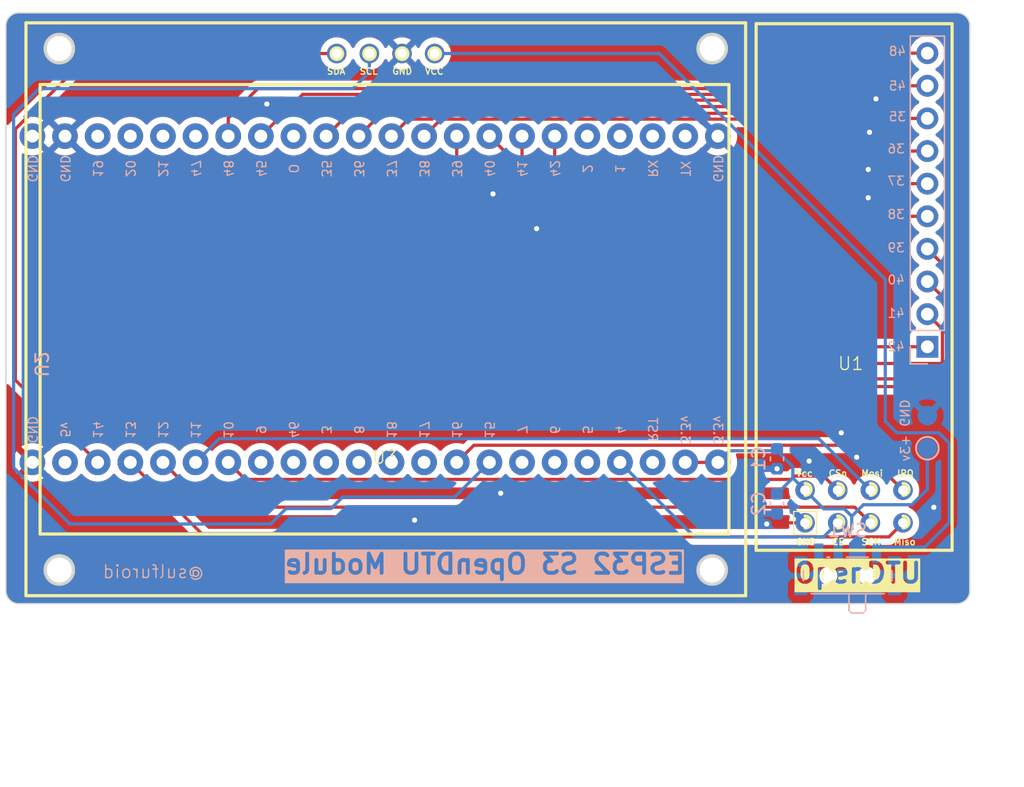
<source format=kicad_pcb>
(kicad_pcb (version 20221018) (generator pcbnew)
  (layers (0 "F.Cu" signal) (31 "B.Cu" signal) (34 "B.Paste" user) (35 "F.Paste" user) (36 "B.SilkS" user "B.Silkscreen") (37 "F.SilkS" user "F.Silkscreen") (38 "B.Mask" user) (39 "F.Mask" user) (44 "Edge.Cuts" user))
  (net 0 "")
  (net 1 "+3.3V")
  (net 2 "GND")
  (net 3 "Net-(SW1-A)")
  (net 5 "/CE")
  (net 6 "/CS")
  (net 7 "/SCK")
  (net 8 "/MOSI")
  (net 9 "/MISO")
  (net 10 "/IRQ")
  (net 26 "Net-(J1-Pin_1)")
  (net 27 "Net-(J1-Pin_2)")
  (net 29 "Net-(J1-Pin_3)")
  (net 30 "Net-(J1-Pin_4)")
  (net 31 "Net-(J1-Pin_5)")
  (net 32 "Net-(J1-Pin_6)")
  (net 33 "Net-(J1-Pin_7)")
  (net 34 "Net-(J1-Pin_8)")
  (net 35 "Net-(J1-Pin_9)")
  (net 36 "Net-(J1-Pin_10)")
  (net 41 "/SDA")
  (net 42 "/SCL")
  (footprint "OPenDTU:GM12864-59N" (layer "F.Cu") (at 135.5 107.5)
    (fp_text reference "U3" (at 0 -11.89 unlocked) (layer "F.SilkS") (effects (font (thickness 0.1))))
    (fp_text value "~")
    (fp_text user "SDA" (at -4.572 -41.656 unlocked) (layer "F.SilkS") (effects (font (size 0.5 0.5) (thickness 0.1)) (justify left bottom)))
    (fp_text user "GND" (at 0.508 -41.656 unlocked) (layer "F.SilkS") (effects (font (size 0.5 0.5) (thickness 0.1)) (justify left bottom)))
    (fp_text user "SCL" (at -2.032 -41.656 unlocked) (layer "F.SilkS") (effects (font (size 0.5 0.5) (thickness 0.1)) (justify left bottom)))
    (fp_text user "VCC" (at 3.048 -41.656 unlocked) (layer "F.SilkS") (effects (font (size 0.5 0.5) (thickness 0.1)) (justify left bottom)))
    (fp_line (start -27.94 -45.72) (end -27.94 -1.12) (stroke (width 0.25)) (layer "F.SilkS"))
    (fp_line (start -27.94 -45.72) (end 28.06 -45.72) (stroke (width 0.25)) (layer "F.SilkS"))
    (fp_line (start -27.94 -1.12) (end 28.06 -1.12) (stroke (width 0.25)) (layer "F.SilkS"))
    (fp_line (start -26.84 -40.92) (end -26.84 -5.92) (stroke (width 0.25)) (layer "F.SilkS"))
    (fp_line (start -26.84 -40.92) (end 26.76 -40.92) (stroke (width 0.25)) (layer "F.SilkS"))
    (fp_line (start -26.84 -5.92) (end 26.76 -5.92) (stroke (width 0.25)) (layer "F.SilkS"))
    (fp_line (start 26.76 -40.92) (end 26.76 -5.92) (stroke (width 0.25)) (layer "F.SilkS"))
    (fp_line (start 28.06 -45.72) (end 28.06 -1.12) (stroke (width 0.25)) (layer "F.SilkS"))
    (fp_circle (center -25.34 -43.72) (end -24.24 -43.72) (stroke (width 0.25)) (fill none) (layer "F.SilkS"))
    (fp_circle (center -25.34 -3.12) (end -24.24 -3.12) (stroke (width 0.25)) (fill none) (layer "F.SilkS"))
    (fp_circle (center -3.75 -43.32) (end -3.3 -43.32) (stroke (width 0.25)) (fill none) (layer "F.SilkS"))
    (fp_circle (center -1.21 -43.32) (end -0.76 -43.32) (stroke (width 0.25)) (fill none) (layer "F.SilkS"))
    (fp_circle (center 1.33 -43.32) (end 1.78 -43.32) (stroke (width 0.25)) (fill none) (layer "F.SilkS"))
    (fp_circle (center 3.87 -43.32) (end 4.32 -43.32) (stroke (width 0.25)) (fill none) (layer "F.SilkS"))
    (fp_circle (center 25.46 -43.72) (end 26.56 -43.72) (stroke (width 0.25)) (fill none) (layer "F.SilkS"))
    (fp_circle (center 25.46 -3.12) (end 26.56 -3.12) (stroke (width 0.25)) (fill none) (layer "F.SilkS"))
    (fp_circle (center -25.3492 -43.7134) (end -24.2492 -43.7134) (stroke (width 0.25)) (fill none) (layer "Edge.Cuts"))
    (fp_circle (center -25.3492 -3.1134) (end -24.2492 -3.1134) (stroke (width 0.25)) (fill none) (layer "Edge.Cuts"))
    (fp_circle (center 25.4508 -43.7134) (end 26.5508 -43.7134) (stroke (width 0.25)) (fill none) (layer "Edge.Cuts"))
    (fp_circle (center 25.4508 -3.1134) (end 26.5508 -3.1134) (stroke (width 0.25)) (fill none) (layer "Edge.Cuts"))
    (pad "1" thru_hole circle (at -3.7592 -43.3324) (size 1.524 1.524) (drill 0.762) (layers "*.Cu" "*.Mask") (net 41 "/SDA"))
    (pad "2" thru_hole circle (at -1.2192 -43.3324) (size 1.524 1.524) (drill 0.762) (layers "*.Cu" "*.Mask") (net 42 "/SCL"))
    (pad "3" thru_hole circle (at 1.3208 -43.3324) (size 1.524 1.524) (drill 0.762) (layers "*.Cu" "*.Mask") (net 2 "GND"))
    (pad "4" thru_hole circle (at 3.8608 -43.3324) (size 1.524 1.524) (drill 0.762) (layers "*.Cu" "*.Mask") (net 3 "Net-(SW1-A)"))
  )
  (footprint "OPenDTU:NRF24l01" (layer "F.Cu") (at 172.249 121.0285)
    (fp_text reference "U1" (at -0.508 -32.718 unlocked) (layer "F.SilkS") (effects (font (thickness 0.1))))
    (fp_text value "~")
    (fp_text user "GND" (at -4.826 -18.542 unlocked) (layer "F.SilkS") (effects (font (size 0.5 0.5) (thickness 0.1)) (justify left bottom)))
    (fp_text user "CSn" (at -2.286 -23.876 unlocked) (layer "F.SilkS") (effects (font (size 0.5 0.5) (thickness 0.1)) (justify left bottom)))
    (fp_text user "IRQ" (at 3.048 -23.876 unlocked) (layer "F.SilkS") (effects (font (size 0.5 0.5) (thickness 0.1)) (justify left bottom)))
    (fp_text user "Mosi" (at 0.254 -23.876 unlocked) (layer "F.SilkS") (effects (font (size 0.5 0.5) (thickness 0.1)) (justify left bottom)))
    (fp_text user "SCK" (at 0.254 -18.542 unlocked) (layer "F.SilkS") (effects (font (size 0.5 0.5) (thickness 0.1)) (justify left bottom)))
    (fp_text user "Vcc" (at -4.826 -23.876 unlocked) (layer "F.SilkS") (effects (font (size 0.5 0.5) (thickness 0.1)) (justify left bottom)))
    (fp_text user "CE" (at -2.032 -18.542 unlocked) (layer "F.SilkS") (effects (font (size 0.5 0.5) (thickness 0.1)) (justify left bottom)))
    (fp_text user "Miso" (at 2.794 -18.542 unlocked) (layer "F.SilkS") (effects (font (size 0.5 0.5) (thickness 0.1)) (justify left bottom)))
    (fp_line (start -7.874 -59.182) (end -7.874 -18.182) (stroke (width 0.25)) (layer "F.SilkS"))
    (fp_line (start -7.874 -18.182) (end 7.376 -18.182) (stroke (width 0.25)) (layer "F.SilkS"))
    (fp_line (start -4.953 -21.209) (end -4.953 -19.431) (stroke (width 0.1)) (layer "F.SilkS"))
    (fp_line (start -4.953 -21.209) (end -3.175 -21.209) (stroke (width 0.1)) (layer "F.SilkS"))
    (fp_line (start -3.175 -21.209) (end -3.175 -19.558) (stroke (width 0.1)) (layer "F.SilkS"))
    (fp_line (start -3.175 -19.558) (end -3.175 -19.431) (stroke (width 0.1)) (layer "F.SilkS"))
    (fp_line (start -3.175 -19.431) (end -4.953 -19.431) (stroke (width 0.1)) (layer "F.SilkS"))
    (fp_line (start 7.376 -59.182) (end -7.874 -59.182) (stroke (width 0.25)) (layer "F.SilkS"))
    (fp_line (start 7.376 -18.182) (end 7.376 -59.182) (stroke (width 0.25)) (layer "F.SilkS"))
    (fp_arc (start -4.059 -23.382) (mid -3.599 -22.922) (end -4.059 -22.462) (stroke (width 0.25)) (layer "F.SilkS"))
    (fp_arc (start -4.059 -20.842) (mid -3.599 -20.382) (end -4.059 -19.922) (stroke (width 0.25)) (layer "F.SilkS"))
    (fp_arc (start -1.519 -23.382) (mid -1.059 -22.922) (end -1.519 -22.462) (stroke (width 0.25)) (layer "F.SilkS"))
    (fp_arc (start -1.519 -20.842) (mid -1.059 -20.382) (end -1.519 -19.922) (stroke (width 0.25)) (layer "F.SilkS"))
    (fp_arc (start 1.021 -23.382) (mid 1.481 -22.922) (end 1.021 -22.462) (stroke (width 0.25)) (layer "F.SilkS"))
    (fp_arc (start 1.021 -20.842) (mid 1.481 -20.382) (end 1.021 -19.922) (stroke (width 0.25)) (layer "F.SilkS"))
    (fp_arc (start 3.561 -23.382) (mid 4.021 -22.922) (end 3.561 -22.462) (stroke (width 0.25)) (layer "F.SilkS"))
    (fp_arc (start 3.561 -20.842) (mid 4.021 -20.382) (end 3.561 -19.922) (stroke (width 0.25)) (layer "F.SilkS"))
    (pad "1" thru_hole circle (at -4.064 -20.32) (size 1.524 1.524) (drill 0.762) (layers "*.Cu" "*.Mask") (net 2 "GND"))
    (pad "2" thru_hole circle (at -4.064 -22.86) (size 1.524 1.524) (drill 0.762) (layers "*.Cu" "*.Mask") (net 1 "+3.3V"))
    (pad "3" thru_hole circle (at -1.524 -20.32) (size 1.524 1.524) (drill 0.762) (layers "*.Cu" "*.Mask") (net 5 "/CE"))
    (pad "4" thru_hole circle (at -1.524 -22.86) (size 1.524 1.524) (drill 0.762) (layers "*.Cu" "*.Mask") (net 6 "/CS"))
    (pad "5" thru_hole circle (at 1.016 -20.32) (size 1.524 1.524) (drill 0.762) (layers "*.Cu" "*.Mask") (net 7 "/SCK"))
    (pad "6" thru_hole circle (at 1.016 -22.86) (size 1.524 1.524) (drill 0.762) (layers "*.Cu" "*.Mask") (net 8 "/MOSI"))
    (pad "7" thru_hole circle (at 3.556 -20.32) (size 1.524 1.524) (drill 0.762) (layers "*.Cu" "*.Mask") (net 9 "/MISO"))
    (pad "8" thru_hole circle (at 3.556 -22.86) (size 1.524 1.524) (drill 0.762) (layers "*.Cu" "*.Mask") (net 10 "/IRQ"))
  )
  (footprint "Button_Switch_SMD:SW_SPDT_PCM12" (layer "B.Cu") (at 171.5 104.5 180)
    (fp_text reference "SW1" (at 0 3.2) (layer "B.SilkS") (effects (justify mirror)))
    (fp_text value "SW_Push_SPDT")
    (fp_line (start -3.45 0.07) (end -3.45 -0.72) (stroke (width 0.12)) (layer "B.SilkS"))
    (fp_line (start -2.85 -1.73) (end 2.85 -1.73) (stroke (width 0.12)) (layer "B.SilkS"))
    (fp_line (start -1.6 1.12) (end 0.1 1.12) (stroke (width 0.12)) (layer "B.SilkS"))
    (fp_line (start -1.4 -3.02) (end -1.2 -3.23) (stroke (width 0.12)) (layer "B.SilkS"))
    (fp_line (start -1.4 -1.73) (end -1.4 -3.02) (stroke (width 0.12)) (layer "B.SilkS"))
    (fp_line (start -1.2 -3.23) (end -0.3 -3.23) (stroke (width 0.12)) (layer "B.SilkS"))
    (fp_line (start -0.1 -3.02) (end -0.3 -3.23) (stroke (width 0.12)) (layer "B.SilkS"))
    (fp_line (start -0.1 -3.02) (end -0.1 -1.73) (stroke (width 0.12)) (layer "B.SilkS"))
    (fp_line (start 1.4 1.12) (end 1.6 1.12) (stroke (width 0.12)) (layer "B.SilkS"))
    (fp_line (start 3.45 -0.72) (end 3.45 0.07) (stroke (width 0.12)) (layer "B.SilkS"))
    (pad "" smd rect (at -3.65 -1.43 180) (size 1 0.8) (layers "B.Cu" "B.Paste" "B.Mask"))
    (pad "" smd rect (at -3.65 0.78 180) (size 1 0.8) (layers "B.Cu" "B.Paste" "B.Mask"))
    (pad "" np_thru_hole circle (at -1.5 -0.33 180) (size 0.9 0.9) (drill 0.9) (layers "*.Cu" "*.Mask"))
    (pad "" np_thru_hole circle (at 1.5 -0.33 180) (size 0.9 0.9) (drill 0.9) (layers "*.Cu" "*.Mask"))
    (pad "" smd rect (at 3.65 -1.43 180) (size 1 0.8) (layers "B.Cu" "B.Paste" "B.Mask"))
    (pad "" smd rect (at 3.65 0.78 180) (size 1 0.8) (layers "B.Cu" "B.Paste" "B.Mask"))
    (pad "1" smd rect (at -2.25 1.43 180) (size 0.7 1.5) (layers "B.Cu" "B.Paste" "B.Mask") (net 3 "Net-(SW1-A)"))
    (pad "2" smd rect (at 0.75 1.43 180) (size 0.7 1.5) (layers "B.Cu" "B.Paste" "B.Mask") (net 1 "+3.3V"))
    (pad "3" smd rect (at 2.25 1.43 180) (size 0.7 1.5) (layers "B.Cu" "B.Paste" "B.Mask"))
  )
  (footprint "OPenDTU:AI-S3" (layer "B.Cu") (at 106.2 97.2581 90)
    (fp_text reference "U2" (at 8.89 2.54 270 unlocked) (layer "B.SilkS") (effects (justify mirror)))
    (fp_text value "AI-S3")
    (fp_text user "46" (at 3.8 22.18 270 unlocked) (layer "B.SilkS") (effects (font (size 0.7 0.7) (thickness 0.1)) (justify mirror)))
    (fp_text user "5v" (at 3.8 4.4 270 unlocked) (layer "B.SilkS") (effects (font (size 0.7 0.7) (thickness 0.1)) (justify mirror)))
    (fp_text user "RX" (at 24.13 50.12 270 unlocked) (layer "B.SilkS") (effects (font (size 0.7 0.7) (thickness 0.1)) (justify mirror)))
    (fp_text user "35" (at 24.13 24.72 270 unlocked) (layer "B.SilkS") (effects (font (size 0.7 0.7) (thickness 0.1)) (justify mirror)))
    (fp_text user "3.3v" (at 3.8 55.2 270 unlocked) (layer "B.SilkS") (effects (font (size 0.7 0.7) (thickness 0.1)) (justify mirror)))
    (fp_text user "3.3v" (at 3.8 52.66 270 unlocked) (layer "B.SilkS") (effects (font (size 0.7 0.7) (thickness 0.1)) (justify mirror)))
    (fp_text user "39" (at 24.13 34.88 270 unlocked) (layer "B.SilkS") (effects (font (size 0.7 0.7) (thickness 0.1)) (justify mirror)))
    (fp_text user "42" (at 24.13 42.5 270 unlocked) (layer "B.SilkS") (effects (font (size 0.7 0.7) (thickness 0.1)) (justify mirror)))
    (fp_text user "TX" (at 24.13 52.66 270 unlocked) (layer "B.SilkS") (effects (font (size 0.7 0.7) (thickness 0.1)) (justify mirror)))
    (fp_text user "41" (at 24.13 39.96 270 unlocked) (layer "B.SilkS") (effects (font (size 0.7 0.7) (thickness 0.1)) (justify mirror)))
    (fp_text user "5" (at 3.8 45.04 270 unlocked) (layer "B.SilkS") (effects (font (size 0.7 0.7) (thickness 0.1)) (justify mirror)))
    (fp_text user "9" (at 3.8 19.64 270 unlocked) (layer "B.SilkS") (effects (font (size 0.7 0.7) (thickness 0.1)) (justify mirror)))
    (fp_text user "47" (at 24.13 14.56 270 unlocked) (layer "B.SilkS") (effects (font (size 0.7 0.7) (thickness 0.1)) (justify mirror)))
    (fp_text user "15" (at 3.8 37.42 270 unlocked) (layer "B.SilkS") (effects (font (size 0.7 0.7) (thickness 0.1)) (justify mirror)))
    (fp_text user "48" (at 24.13 17.1 270 unlocked) (layer "B.SilkS") (effects (font (size 0.7 0.7) (thickness 0.1)) (justify mirror)))
    (fp_text user "13" (at 3.8 9.48 270 unlocked) (layer "B.SilkS") (effects (font (size 0.7 0.7) (thickness 0.1)) (justify mirror)))
    (fp_text user "3" (at 3.8 24.72 270 unlocked) (layer "B.SilkS") (effects (font (size 0.7 0.7) (thickness 0.1)) (justify mirror)))
    (fp_text user "45" (at 24.13 19.64 270 unlocked) (layer "B.SilkS") (effects (font (size 0.7 0.7) (thickness 0.1)) (justify mirror)))
    (fp_text user "37" (at 24.13 29.8 270 unlocked) (layer "B.SilkS") (effects (font (size 0.7 0.7) (thickness 0.1)) (justify mirror)))
    (fp_text user "11" (at 3.8 14.56 270 unlocked) (layer "B.SilkS") (effects (font (size 0.7 0.7) (thickness 0.1)) (justify mirror)))
    (fp_text user "8" (at 3.8 27.26 270 unlocked) (layer "B.SilkS") (effects (font (size 0.7 0.7) (thickness 0.1)) (justify mirror)))
    (fp_text user "O" (at 24.13 22.18 270 unlocked) (layer "B.SilkS") (effects (font (size 0.7 0.7) (thickness 0.1)) (justify mirror)))
    (fp_text user "16" (at 3.8 34.88 270 unlocked) (layer "B.SilkS") (effects (font (size 0.7 0.7) (thickness 0.1)) (justify mirror)))
    (fp_text user "GND" (at 24.13 55.2 270 unlocked) (layer "B.SilkS") (effects (font (size 0.7 0.7) (thickness 0.1)) (justify mirror)))
    (fp_text user "18" (at 3.8 29.8 270 unlocked) (layer "B.SilkS") (effects (font (size 0.7 0.7) (thickness 0.1)) (justify mirror)))
    (fp_text user "12" (at 3.8 12.02 270 unlocked) (layer "B.SilkS") (effects (font (size 0.7 0.7) (thickness 0.1)) (justify mirror)))
    (fp_text user "6" (at 3.8 42.5 270 unlocked) (layer "B.SilkS") (effects (font (size 0.7 0.7) (thickness 0.1)) (justify mirror)))
    (fp_text user "GND" (at 24.13 4.4 270 unlocked) (layer "B.SilkS") (effects (font (size 0.7 0.7) (thickness 0.1)) (justify mirror)))
    (fp_text user "17" (at 3.8 32.34 270 unlocked) (layer "B.SilkS") (effects (font (size 0.7 0.7) (thickness 0.1)) (justify mirror)))
    (fp_text user "1" (at 24.13 47.58 270 unlocked) (layer "B.SilkS") (effects (font (size 0.7 0.7) (thickness 0.1)) (justify mirror)))
    (fp_text user "19" (at 24.13 6.94 270 unlocked) (layer "B.SilkS") (effects (font (size 0.7 0.7) (thickness 0.1)) (justify mirror)))
    (fp_text user "GND" (at 24.13 1.86 270 unlocked) (layer "B.SilkS") (effects (font (size 0.7 0.7) (thickness 0.1)) (justify mirror)))
    (fp_text user "7" (at 3.8 39.96 270 unlocked) (layer "B.SilkS") (effects (font (size 0.7 0.7) (thickness 0.1)) (justify mirror)))
    (fp_text user "36" (at 24.13 27.26 270 unlocked) (layer "B.SilkS") (effects (font (size 0.7 0.7) (thickness 0.1)) (justify mirror)))
    (fp_text user "21" (at 24.13 12.02 270 unlocked) (layer "B.SilkS") (effects (font (size 0.7 0.7) (thickness 0.1)) (justify mirror)))
    (fp_text user "14" (at 3.8 6.94 270 unlocked) (layer "B.SilkS") (effects (font (size 0.7 0.7) (thickness 0.1)) (justify mirror)))
    (fp_text user "38" (at 24.13 32.34 270 unlocked) (layer "B.SilkS") (effects (font (size 0.7 0.7) (thickness 0.1)) (justify mirror)))
    (fp_text user "10" (at 3.8 17.1 270 unlocked) (layer "B.SilkS") (effects (font (size 0.7 0.7) (thickness 0.1)) (justify mirror)))
    (fp_text user "40" (at 24.13 37.42 270 unlocked) (layer "B.SilkS") (effects (font (size 0.7 0.7) (thickness 0.1)) (justify mirror)))
    (fp_text user "20" (at 24.13 9.48 270 unlocked) (layer "B.SilkS") (effects (font (size 0.7 0.7) (thickness 0.1)) (justify mirror)))
    (fp_text user "4" (at 3.8 47.58 270 unlocked) (layer "B.SilkS") (effects (font (size 0.7 0.7) (thickness 0.1)) (justify mirror)))
    (fp_text user "GND" (at 3.8 1.86 270 unlocked) (layer "B.SilkS") (effects (font (size 0.7 0.7) (thickness 0.1)) (justify mirror)))
    (fp_text user "RST" (at 3.8 50.12 270 unlocked) (layer "B.SilkS") (effects (font (size 0.7 0.7) (thickness 0.1)) (justify mirror)))
    (fp_text user "2" (at 24.13 45.04 270 unlocked) (layer "B.SilkS") (effects (font (size 0.7 0.7) (thickness 0.1)) (justify mirror)))
    (pad "1" thru_hole circle (at 1.258136 55.2 90) (size 2 2) (drill 1) (layers "*.Cu" "*.Mask") (net 1 "+3.3V"))
    (pad "2" thru_hole circle (at 1.258136 52.66 90) (size 2 2) (drill 1) (layers "*.Cu" "*.Mask") (net 1 "+3.3V"))
    (pad "3" thru_hole circle (at 1.258136 50.12 90) (size 2 2) (drill 1) (layers "*.Cu" "*.Mask"))
    (pad "4" thru_hole circle (at 1.258136 47.58 90) (size 2 2) (drill 1) (layers "*.Cu" "*.Mask") (net 5 "/CE"))
    (pad "5" thru_hole circle (at 1.258136 45.04 90) (size 2 2) (drill 1) (layers "*.Cu" "*.Mask"))
    (pad "6" thru_hole circle (at 1.258136 42.5 90) (size 2 2) (drill 1) (layers "*.Cu" "*.Mask"))
    (pad "7" thru_hole circle (at 1.258136 39.96 90) (size 2 2) (drill 1) (layers "*.Cu" "*.Mask"))
    (pad "8" thru_hole circle (at 1.258136 37.42 90) (size 2 2) (drill 1) (layers "*.Cu" "*.Mask") (net 42 "/SCL"))
    (pad "9" thru_hole circle (at 1.258136 34.88 90) (size 2 2) (drill 1) (layers "*.Cu" "*.Mask") (net 10 "/IRQ"))
    (pad "10" thru_hole circle (at 1.258136 32.34 90) (size 2 2) (drill 1) (layers "*.Cu" "*.Mask"))
    (pad "11" thru_hole circle (at 1.258136 29.8 90) (size 2 2) (drill 1) (layers "*.Cu" "*.Mask"))
    (pad "12" thru_hole circle (at 1.258136 27.26 90) (size 2 2) (drill 1) (layers "*.Cu" "*.Mask"))
    (pad "13" thru_hole circle (at 1.258136 24.72 90) (size 2 2) (drill 1) (layers "*.Cu" "*.Mask"))
    (pad "14" thru_hole circle (at 1.258136 22.18 90) (size 2 2) (drill 1) (layers "*.Cu" "*.Mask"))
    (pad "15" thru_hole circle (at 1.258136 19.64 90) (size 2 2) (drill 1) (layers "*.Cu" "*.Mask"))
    (pad "16" thru_hole circle (at 1.258136 17.1 90) (size 2 2) (drill 1) (layers "*.Cu" "*.Mask") (net 6 "/CS"))
    (pad "17" thru_hole circle (at 1.258136 14.56 90) (size 2 2) (drill 1) (layers "*.Cu" "*.Mask") (net 8 "/MOSI"))
    (pad "18" thru_hole circle (at 1.258136 12.02 90) (size 2 2) (drill 1) (layers "*.Cu" "*.Mask") (net 7 "/SCK"))
    (pad "19" thru_hole circle (at 1.258136 9.48 90) (size 2 2) (drill 1) (layers "*.Cu" "*.Mask") (net 9 "/MISO"))
    (pad "20" thru_hole circle (at 1.258136 6.94 90) (size 2 2) (drill 1) (layers "*.Cu" "*.Mask") (net 41 "/SDA"))
    (pad "21" thru_hole circle (at 1.258136 4.4 90) (size 2 2) (drill 1) (layers "*.Cu" "*.Mask"))
    (pad "22" thru_hole circle (at 1.258136 1.86 90) (size 2 2) (drill 1) (layers "*.Cu" "*.Mask") (net 2 "GND"))
    (pad "23" thru_hole circle (at 26.66 1.86 90) (size 2 2) (drill 1) (layers "*.Cu" "*.Mask") (net 2 "GND"))
    (pad "24" thru_hole circle (at 26.658136 4.4 90) (size 2 2) (drill 1) (layers "*.Cu" "*.Mask") (net 2 "GND"))
    (pad "25" thru_hole circle (at 26.658136 6.94 90) (size 2 2) (drill 1) (layers "*.Cu" "*.Mask"))
    (pad "26" thru_hole circle (at 26.658136 9.48 90) (size 2 2) (drill 1) (layers "*.Cu" "*.Mask"))
    (pad "27" thru_hole circle (at 26.658136 12.02 90) (size 2 2) (drill 1) (layers "*.Cu" "*.Mask"))
    (pad "28" thru_hole circle (at 26.658136 14.56 90) (size 2 2) (drill 1) (layers "*.Cu" "*.Mask"))
    (pad "29" thru_hole circle (at 26.658136 17.1 90) (size 2 2) (drill 1) (layers "*.Cu" "*.Mask") (net 36 "Net-(J1-Pin_10)"))
    (pad "30" thru_hole circle (at 26.658136 19.64 90) (size 2 2) (drill 1) (layers "*.Cu" "*.Mask") (net 35 "Net-(J1-Pin_9)"))
    (pad "31" thru_hole circle (at 26.658136 22.18 90) (size 2 2) (drill 1) (layers "*.Cu" "*.Mask"))
    (pad "32" thru_hole circle (at 26.658136 24.72 90) (size 2 2) (drill 1) (layers "*.Cu" "*.Mask") (net 34 "Net-(J1-Pin_8)"))
    (pad "33" thru_hole circle (at 26.658136 27.26 90) (size 2 2) (drill 1) (layers "*.Cu" "*.Mask") (net 33 "Net-(J1-Pin_7)"))
    (pad "34" thru_hole circle (at 26.658136 29.8 90) (size 2 2) (drill 1) (layers "*.Cu" "*.Mask") (net 32 "Net-(J1-Pin_6)"))
    (pad "35" thru_hole circle (at 26.658136 32.34 90) (size 2 2) (drill 1) (layers "*.Cu" "*.Mask") (net 31 "Net-(J1-Pin_5)"))
    (pad "36" thru_hole circle (at 26.658136 34.88 90) (size 2 2) (drill 1) (layers "*.Cu" "*.Mask") (net 30 "Net-(J1-Pin_4)"))
    (pad "37" thru_hole circle (at 26.658136 37.42 90) (size 2 2) (drill 1) (layers "*.Cu" "*.Mask") (net 29 "Net-(J1-Pin_3)"))
    (pad "38" thru_hole circle (at 26.658136 39.96 90) (size 2 2) (drill 1) (layers "*.Cu" "*.Mask") (net 27 "Net-(J1-Pin_2)"))
    (pad "39" thru_hole circle (at 26.658136 42.5 90) (size 2 2) (drill 1) (layers "*.Cu" "*.Mask") (net 26 "Net-(J1-Pin_1)"))
    (pad "40" thru_hole circle (at 26.658136 45.04 90) (size 2 2) (drill 1) (layers "*.Cu" "*.Mask"))
    (pad "41" thru_hole circle (at 26.658136 47.58 90) (size 2 2) (drill 1) (layers "*.Cu" "*.Mask"))
    (pad "42" thru_hole circle (at 26.658136 50.12 90) (size 2 2) (drill 1) (layers "*.Cu" "*.Mask"))
    (pad "43" thru_hole circle (at 26.658136 52.66 90) (size 2 2) (drill 1) (layers "*.Cu" "*.Mask"))
    (pad "44" thru_hole circle (at 26.658136 55.2 90) (size 2 2) (drill 1) (layers "*.Cu" "*.Mask") (net 2 "GND"))
  )
  (footprint "Capacitor_SMD:C_0603_1608Metric" (layer "B.Cu") (at 166 95.725 -90)
    (fp_text reference "C1" (at 0 1.43 90) (layer "B.SilkS") (effects (justify mirror)))
    (fp_text value "10uF")
    (fp_line (start -0.14058 -0.51) (end 0.14058 -0.51) (stroke (width 0.12)) (layer "B.SilkS"))
    (fp_line (start -0.14058 0.51) (end 0.14058 0.51) (stroke (width 0.12)) (layer "B.SilkS"))
    (pad "1" smd roundrect (at -0.775 0 270) (size 0.9 0.95) (layers "B.Cu" "B.Paste" "B.Mask") (net 1 "+3.3V"))
    (pad "2" smd roundrect (at 0.775 0 270) (size 0.9 0.95) (layers "B.Cu" "B.Paste" "B.Mask") (net 2 "GND"))
  )
  (footprint "Connector_PinHeader_2.54mm:PinHeader_1x10_P2.54mm_Vertical" (layer "B.Cu") (at 177.7 87)
    (fp_text reference "J1" hide)
    (fp_text value "Conn_01x10_Socket")
    (fp_line (start -1.33 -24.19) (end 1.33 -24.19) (stroke (width 0.12)) (layer "B.SilkS"))
    (fp_line (start -1.33 -1.27) (end -1.33 -24.19) (stroke (width 0.12)) (layer "B.SilkS"))
    (fp_line (start -1.33 -1.27) (end 1.33 -1.27) (stroke (width 0.12)) (layer "B.SilkS"))
    (fp_line (start -1.33 0) (end -1.33 1.33) (stroke (width 0.12)) (layer "B.SilkS"))
    (fp_line (start -1.33 1.33) (end 0 1.33) (stroke (width 0.12)) (layer "B.SilkS"))
    (fp_line (start 1.33 -1.27) (end 1.33 -24.19) (stroke (width 0.12)) (layer "B.SilkS"))
    (pad "1" thru_hole rect (at 0 0) (size 1.7 1.7) (drill 1) (layers "*.Cu" "*.Mask") (net 26 "Net-(J1-Pin_1)"))
    (pad "2" thru_hole oval (at 0 -2.54) (size 1.7 1.7) (drill 1) (layers "*.Cu" "*.Mask") (net 27 "Net-(J1-Pin_2)"))
    (pad "3" thru_hole oval (at 0 -5.08) (size 1.7 1.7) (drill 1) (layers "*.Cu" "*.Mask") (net 29 "Net-(J1-Pin_3)"))
    (pad "4" thru_hole oval (at 0 -7.62) (size 1.7 1.7) (drill 1) (layers "*.Cu" "*.Mask") (net 30 "Net-(J1-Pin_4)"))
    (pad "5" thru_hole oval (at 0 -10.16) (size 1.7 1.7) (drill 1) (layers "*.Cu" "*.Mask") (net 31 "Net-(J1-Pin_5)"))
    (pad "6" thru_hole oval (at 0 -12.7) (size 1.7 1.7) (drill 1) (layers "*.Cu" "*.Mask") (net 32 "Net-(J1-Pin_6)"))
    (pad "7" thru_hole oval (at 0 -15.24) (size 1.7 1.7) (drill 1) (layers "*.Cu" "*.Mask") (net 33 "Net-(J1-Pin_7)"))
    (pad "8" thru_hole oval (at 0 -17.78) (size 1.7 1.7) (drill 1) (layers "*.Cu" "*.Mask") (net 34 "Net-(J1-Pin_8)"))
    (pad "9" thru_hole oval (at 0 -20.32) (size 1.7 1.7) (drill 1) (layers "*.Cu" "*.Mask") (net 35 "Net-(J1-Pin_9)"))
    (pad "10" thru_hole oval (at 0 -22.86) (size 1.7 1.7) (drill 1) (layers "*.Cu" "*.Mask") (net 36 "Net-(J1-Pin_10)"))
  )
  (footprint "Capacitor_SMD:C_0603_1608Metric" (layer "B.Cu") (at 166 99.225 -90)
    (fp_text reference "C2" (at 0 1.43 90) (layer "B.SilkS") (effects (justify mirror)))
    (fp_text value "100nF")
    (fp_line (start -0.14058 -0.51) (end 0.14058 -0.51) (stroke (width 0.12)) (layer "B.SilkS"))
    (fp_line (start -0.14058 0.51) (end 0.14058 0.51) (stroke (width 0.12)) (layer "B.SilkS"))
    (pad "1" smd roundrect (at -0.775 0 270) (size 0.9 0.95) (layers "B.Cu" "B.Paste" "B.Mask") (net 1 "+3.3V"))
    (pad "2" smd roundrect (at 0.775 0 270) (size 0.9 0.95) (layers "B.Cu" "B.Paste" "B.Mask") (net 2 "GND"))
  )
  (footprint "27sharp:2padsfree" (layer "B.Cu") (at 177.7 83.47)
    (fp_text reference "J2" hide)
    (fp_text value "Voltage")
    (fp_circle (center 0 11.43) (end 0.762 11.8745) (stroke (width 0.15)) (fill none) (layer "B.SilkS"))
    (pad "1" smd circle (at 0 11.43) (size 1.524 1.524) (layers "B.Cu" "B.Paste" "B.Mask") (net 1 "+3.3V"))
    (pad "2" smd circle (at 0 8.89) (size 1.524 1.524) (layers "B.Cu" "B.Paste" "B.Mask") (net 2 "GND"))
  )
  (gr_line (start 106 106) (end 106 62) (stroke (width 0.1)) (layer "Edge.Cuts"))
  (gr_line (start 181 62) (end 181 106) (stroke (width 0.1)) (layer "Edge.Cuts"))
  (gr_arc (start 107 107) (mid 106.292893 106.707107) (end 106 106) (stroke (width 0.1)) (layer "Edge.Cuts"))
  (gr_line (start 107 61) (end 180 61) (stroke (width 0.1)) (layer "Edge.Cuts"))
  (gr_line (start 180 107) (end 107 107) (stroke (width 0.1)) (layer "Edge.Cuts"))
  (gr_arc (start 181 106) (mid 180.707107 106.707107) (end 180 107) (stroke (width 0.1)) (layer "Edge.Cuts"))
  (gr_arc (start 106 62) (mid 106.292893 61.292893) (end 107 61) (stroke (width 0.1)) (layer "Edge.Cuts"))
  (gr_arc (start 180 61) (mid 180.707107 61.292893) (end 181 62) (stroke (width 0.1)) (layer "Edge.Cuts"))
  (gr_text "+3v" (at 176.4 93.8 90) (layer "B.SilkS") (effects (font (size 0.7 0.7) (thickness 0.1)) (justify left bottom mirror)))
  (gr_text "@sulfuroid" (at 121.5 105.1) (layer "B.SilkS") (effects (font (size 1 1) (thickness 0.1)) (justify left bottom mirror)))
  (gr_text "ESP32 S3 OpenDTU Module" (at 159 104.8) (layer "B.SilkS" knockout) (effects (font (size 1.5 1.5) (thickness 0.3) bold) (justify left bottom mirror)))
  (gr_text "39" (at 176 79.7) (layer "B.SilkS") (effects (font (size 0.7 0.7) (thickness 0.1)) (justify left bottom mirror)))
  (gr_text "GND" (at 175.5 93.3 -90) (layer "B.SilkS") (effects (font (size 0.7 0.7) (thickness 0.1)) (justify left bottom mirror)))
  (gr_text "38" (at 176 77.1) (layer "B.SilkS") (effects (font (size 0.7 0.7) (thickness 0.1)) (justify left bottom mirror)))
  (gr_text "41" (at 176 84.8) (layer "B.SilkS") (effects (font (size 0.7 0.7) (thickness 0.1)) (justify left bottom mirror)))
  (gr_text "40" (at 176 82.2) (layer "B.SilkS") (effects (font (size 0.7 0.7) (thickness 0.1)) (justify left bottom mirror)))
  (gr_text "45" (at 176.1 67.1) (layer "B.SilkS") (effects (font (size 0.7 0.7) (thickness 0.1)) (justify left bottom mirror)))
  (gr_text "36" (at 176 72) (layer "B.SilkS") (effects (font (size 0.7 0.7) (thickness 0.1)) (justify left bottom mirror)))
  (gr_text "37" (at 176 74.5) (layer "B.SilkS") (effects (font (size 0.7 0.7) (thickness 0.1)) (justify left bottom mirror)))
  (gr_text "48" (at 176.1 64.4) (layer "B.SilkS") (effects (font (size 0.7 0.7) (thickness 0.1)) (justify left bottom mirror)))
  (gr_text "35" (at 176.1 69.5) (layer "B.SilkS") (effects (font (size 0.7 0.7) (thickness 0.1)) (justify left bottom mirror)))
  (gr_text "42\n" (at 176 87.4) (layer "B.SilkS") (effects (font (size 0.7 0.7) (thickness 0.1)) (justify left bottom mirror)))
  (gr_text "OpenDTU" (at 167.2 105.5) (layer "F.SilkS" knockout) (effects (font (size 1.5 1.5) (thickness 0.3) bold) (justify left bottom)))
  (segment (start 158.86 96) (end 161.4 96) (width 0.25) (layer "F.Cu") (net 1))
  (segment (start 166 95.0979) (end 166 94.95) (width 0.25) (layer "B.Cu") (net 1))
  (segment (start 171.818 100.1992) (end 171.818 101.1799) (width 0.25) (layer "B.Cu") (net 1))
  (segment (start 171.818 100.1992) (end 172.7172 99.3) (width 0.25) (layer "B.Cu") (net 1))
  (segment (start 170.75 103.07) (end 170.75 101.9947) (width 0.25) (layer "B.Cu") (net 1))
  (segment (start 162.3021 95.0979) (end 161.4 96) (width 0.25) (layer "B.Cu") (net 1))
  (segment (start 166 98.45) (end 167.2333 97.2167) (width 0.25) (layer "B.Cu") (net 1))
  (segment (start 167.2332 97.2167) (end 167.2332 96.3311) (width 0.25) (layer "B.Cu") (net 1))
  (segment (start 169.6376 99.6211) (end 171.2399 99.6211) (width 0.25) (layer "B.Cu") (net 1))
  (segment (start 167.2332 96.3311) (end 166 95.0979) (width 0.25) (layer "B.Cu") (net 1))
  (segment (start 167.2333 97.2167) (end 168.185 98.1685) (width 0.25) (layer "B.Cu") (net 1))
  (segment (start 171.818 101.1799) (end 171.0032 101.9947) (width 0.25) (layer "B.Cu") (net 1))
  (segment (start 176.5 99.3) (end 177.7 98.1) (width 0.25) (layer "B.Cu") (net 1))
  (segment (start 166 95.0979) (end 162.3021 95.0979) (width 0.25) (layer "B.Cu") (net 1))
  (segment (start 168.185 98.1685) (end 169.6376 99.6211) (width 0.25) (layer "B.Cu") (net 1))
  (segment (start 167.2333 97.2167) (end 167.2332 97.2167) (width 0.25) (layer "B.Cu") (net 1))
  (segment (start 177.7 98.1) (end 177.7 94.9) (width 0.25) (layer "B.Cu") (net 1))
  (segment (start 172.7172 99.3) (end 176.5 99.3) (width 0.25) (layer "B.Cu") (net 1))
  (segment (start 171.0032 101.9947) (end 170.75 101.9947) (width 0.25) (layer "B.Cu") (net 1))
  (segment (start 171.2399 99.6211) (end 171.818 100.1992) (width 0.25) (layer "B.Cu") (net 1))
  (segment (start 171.9 95.9) (end 168.5 95.9) (width 0.25) (layer "F.Cu") (net 2))
  (segment (start 168.185 100.7085) (end 165.2915 100.7085) (width 0.25) (layer "F.Cu") (net 2))
  (segment (start 172.2 95.6) (end 171.9 95.9) (width 0.25) (layer "F.Cu") (net 2))
  (segment (start 165.2915 100.7085) (end 165.2 100.8) (width 0.25) (layer "F.Cu") (net 2))
  (via (at 137.8 100.5) (size 0.8) (drill 0.4) (layers "F.Cu" "B.Cu") (net 2))
  (via (at 173.1 73.2) (size 0.8) (drill 0.4) (layers "F.Cu" "B.Cu") (net 2))
  (via (at 172.2 95.6) (size 0.8) (drill 0.4) (layers "F.Cu" "B.Cu") (net 2))
  (via (at 143.9 75.1) (size 0.8) (drill 0.4) (layers "F.Cu" "B.Cu") (net 2))
  (via (at 165.2 100.8) (size 0.8) (drill 0.4) (layers "F.Cu" "B.Cu") (net 2))
  (via (at 147.3 77.8) (size 0.8) (drill 0.4) (layers "F.Cu" "B.Cu") (net 2))
  (via (at 173.1 75.4) (size 0.8) (drill 0.4) (layers "F.Cu" "B.Cu") (net 2))
  (via (at 166 96.5) (size 0.8) (drill 0.4) (layers "F.Cu" "B.Cu") (net 2))
  (via (at 126.3 68.1) (size 0.8) (drill 0.4) (layers "F.Cu" "B.Cu") (net 2))
  (via (at 171 93.7) (size 0.8) (drill 0.4) (layers "F.Cu" "B.Cu") (net 2))
  (via (at 144.5 98.4) (size 0.8) (drill 0.4) (layers "F.Cu" "B.Cu") (net 2))
  (via (at 173.7 67.7) (size 0.8) (drill 0.4) (layers "F.Cu" "B.Cu") (net 2))
  (via (at 173.2 70.3) (size 0.8) (drill 0.4) (layers "F.Cu" "B.Cu") (net 2))
  (via (at 178.2 99.5) (size 0.8) (drill 0.4) (layers "F.Cu" "B.Cu") (net 2))
  (via (at 168.5 95.9) (size 0.8) (drill 0.4) (layers "F.Cu" "B.Cu") (net 2))
  (segment (start 175.3254 93.7) (end 174.4254 92.8) (width 0.25) (layer "B.Cu") (net 3))
  (segment (start 174.22 102.6) (end 177.5 102.6) (width 0.25) (layer "B.Cu") (net 3))
  (segment (start 156.8456 64.1676) (end 139.3608 64.1676) (width 0.25) (layer "B.Cu") (net 3))
  (segment (start 178.6 93.7) (end 175.3254 93.7) (width 0.25) (layer "B.Cu") (net 3))
  (segment (start 179.4 100.7) (end 179.4 94.5) (width 0.25) (layer "B.Cu") (net 3))
  (segment (start 174.4254 81.7474) (end 156.8456 64.1676) (width 0.25) (layer "B.Cu") (net 3))
  (segment (start 174.4254 92.8) (end 174.4254 81.7474) (width 0.25) (layer "B.Cu") (net 3))
  (segment (start 177.5 102.6) (end 179.4 100.7) (width 0.25) (layer "B.Cu") (net 3))
  (segment (start 173.75 103.07) (end 174.22 102.6) (width 0.25) (layer "B.Cu") (net 3))
  (segment (start 179.4 94.5) (end 178.6 93.7) (width 0.25) (layer "B.Cu") (net 3))
  (segment (start 170.725 100.7085) (end 169.6206 101.8129) (width 0.25) (layer "B.Cu") (net 5))
  (segment (start 159.5929 101.8129) (end 153.78 96) (width 0.25) (layer "B.Cu") (net 5))
  (segment (start 169.6206 101.8129) (end 159.5929 101.8129) (width 0.25) (layer "B.Cu") (net 5))
  (segment (start 167.0969 97.3261) (end 124.6261 97.3261) (width 0.25) (layer "F.Cu") (net 6))
  (segment (start 169.6221 97.0656) (end 167.3574 97.0656) (width 0.25) (layer "F.Cu") (net 6))
  (segment (start 170.725 98.1685) (end 169.6221 97.0656) (width 0.25) (layer "F.Cu") (net 6))
  (segment (start 167.3574 97.0656) (end 167.0969 97.3261) (width 0.25) (layer "F.Cu") (net 6))
  (segment (start 124.6261 97.3261) (end 123.3 96) (width 0.25) (layer "F.Cu") (net 6))
  (segment (start 172.0447 99.4882) (end 121.7082 99.4882) (width 0.25) (layer "F.Cu") (net 7))
  (segment (start 121.7082 99.4882) (end 118.22 96) (width 0.25) (layer "F.Cu") (net 7))
  (segment (start 173.265 100.7085) (end 172.0447 99.4882) (width 0.25) (layer "F.Cu") (net 7))
  (segment (start 169.2537 94.1572) (end 122.6028 94.1572) (width 0.25) (layer "B.Cu") (net 8))
  (segment (start 122.6028 94.1572) (end 120.76 96) (width 0.25) (layer "B.Cu") (net 8))
  (segment (start 173.265 98.1685) (end 169.2537 94.1572) (width 0.25) (layer "B.Cu") (net 8))
  (segment (start 174.7101 101.8034) (end 121.4834 101.8034) (width 0.25) (layer "F.Cu") (net 9))
  (segment (start 175.805 100.7085) (end 174.7101 101.8034) (width 0.25) (layer "F.Cu") (net 9))
  (segment (start 121.4834 101.8034) (end 115.68 96) (width 0.25) (layer "F.Cu") (net 9))
  (segment (start 172.3032 94.6667) (end 175.805 98.1685) (width 0.25) (layer "F.Cu") (net 10))
  (segment (start 142.4133 94.6667) (end 172.3032 94.6667) (width 0.25) (layer "F.Cu") (net 10))
  (segment (start 141.08 96) (end 142.4133 94.6667) (width 0.25) (layer "F.Cu") (net 10))
  (segment (start 177.7 87) (end 152.7 87) (width 0.25) (layer "F.Cu") (net 26))
  (segment (start 148.7 83) (end 148.7 70.599964) (width 0.25) (layer "F.Cu") (net 26))
  (segment (start 152.7 87) (end 148.7 83) (width 0.25) (layer "F.Cu") (net 26))
  (segment (start 178.875 85.635) (end 178.875 88.175) (width 0.25) (layer "F.Cu") (net 27))
  (segment (start 146.16 82.26) (end 146.16 70.599964) (width 0.25) (layer "F.Cu") (net 27))
  (segment (start 178.75 88.3) (end 152.2 88.3) (width 0.25) (layer "F.Cu") (net 27))
  (segment (start 177.7 84.46) (end 178.875 85.635) (width 0.25) (layer "F.Cu") (net 27))
  (segment (start 152.2 88.3) (end 146.16 82.26) (width 0.25) (layer "F.Cu") (net 27))
  (segment (start 178.875 88.175) (end 178.75 88.3) (width 0.25) (layer "F.Cu") (net 27))
  (segment (start 151.5 89.5) (end 144.9 82.9) (width 0.25) (layer "F.Cu") (net 29))
  (segment (start 178.6 89.5) (end 151.5 89.5) (width 0.25) (layer "F.Cu") (net 29))
  (segment (start 179.6 88.5) (end 178.6 89.5) (width 0.25) (layer "F.Cu") (net 29))
  (segment (start 179.6 83.82) (end 179.6 88.5) (width 0.25) (layer "F.Cu") (net 29))
  (segment (start 144.9 71.879964) (end 143.62 70.599964) (width 0.25) (layer "F.Cu") (net 29))
  (segment (start 177.7 81.92) (end 179.6 83.82) (width 0.25) (layer "F.Cu") (net 29))
  (segment (start 144.9 82.9) (end 144.9 71.879964) (width 0.25) (layer "F.Cu") (net 29))
  (segment (start 141.2 80.2) (end 141.2 78.5) (width 0.25) (layer "F.Cu") (net 30))
  (segment (start 180.2 89.1) (end 179.2 90.1) (width 0.25) (layer "F.Cu") (net 30))
  (segment (start 141.2 78.5) (end 141.08 78.38) (width 0.25) (layer "F.Cu") (net 30))
  (segment (start 180.2 81.88) (end 180.2 89.1) (width 0.25) (layer "F.Cu") (net 30))
  (segment (start 151.1 90.1) (end 141.2 80.2) (width 0.25) (layer "F.Cu") (net 30))
  (segment (start 141.08 78.38) (end 141.08 70.599964) (width 0.25) (layer "F.Cu") (net 30))
  (segment (start 177.7 79.38) (end 180.2 81.88) (width 0.25) (layer "F.Cu") (net 30))
  (segment (start 179.2 90.1) (end 151.1 90.1) (width 0.25) (layer "F.Cu") (net 30))
  (segment (start 138.54 70.599964) (end 139.865 69.274964) (width 0.25) (layer "F.Cu") (net 31))
  (segment (start 164.474964 69.274964) (end 172.04 76.84) (width 0.25) (layer "F.Cu") (net 31))
  (segment (start 172.04 76.84) (end 177.7 76.84) (width 0.25) (layer "F.Cu") (net 31))
  (segment (start 139.865 69.274964) (end 164.474964 69.274964) (width 0.25) (layer "F.Cu") (net 31))
  (segment (start 171.2 74.3) (end 177.7 74.3) (width 0.25) (layer "F.Cu") (net 32))
  (segment (start 165.724964 68.824964) (end 171.2 74.3) (width 0.25) (layer "F.Cu") (net 32))
  (segment (start 139.174964 69.274964) (end 139.624964 68.824964) (width 0.25) (layer "F.Cu") (net 32))
  (segment (start 136 70.599964) (end 137.325 69.274964) (width 0.25) (layer "F.Cu") (net 32))
  (segment (start 139.624964 68.824964) (end 165.724964 68.824964) (width 0.25) (layer "F.Cu") (net 32))
  (segment (start 137.325 69.274964) (end 139.174964 69.274964) (width 0.25) (layer "F.Cu") (net 32))
  (segment (start 169.76 71.76) (end 177.7 71.76) (width 0.25) (layer "F.Cu") (net 33))
  (segment (start 166.3 68.3) (end 169.76 71.76) (width 0.25) (layer "F.Cu") (net 33))
  (segment (start 135.759964 68.3) (end 166.3 68.3) (width 0.25) (layer "F.Cu") (net 33))
  (segment (start 133.46 70.599964) (end 135.759964 68.3) (width 0.25) (layer "F.Cu") (net 33))
  (segment (start 166.9 67.8) (end 133.719964 67.8) (width 0.25) (layer "F.Cu") (net 34))
  (segment (start 133.719964 67.8) (end 130.92 70.599964) (width 0.25) (layer "F.Cu") (net 34))
  (segment (start 177.7 69.22) (end 168.32 69.22) (width 0.25) (layer "F.Cu") (net 34))
  (segment (start 168.32 69.22) (end 166.9 67.8) (width 0.25) (layer "F.Cu") (net 34))
  (segment (start 129.089964 67.35) (end 171.15 67.35) (width 0.25) (layer "F.Cu") (net 35))
  (segment (start 171.15 67.35) (end 171.82 66.68) (width 0.25) (layer "F.Cu") (net 35))
  (segment (start 171.82 66.68) (end 177.7 66.68) (width 0.25) (layer "F.Cu") (net 35))
  (segment (start 125.84 70.599964) (end 129.089964 67.35) (width 0.25) (layer "F.Cu") (net 35))
  (segment (start 125.6 66.9) (end 123.3 69.2) (width 0.25) (layer "F.Cu") (net 36))
  (segment (start 175.16 64.14) (end 173.2 66.1) (width 0.25) (layer "F.Cu") (net 36))
  (segment (start 123.3 69.2) (end 123.3 70.599964) (width 0.25) (layer "F.Cu") (net 36))
  (segment (start 170.7 66.9) (end 125.6 66.9) (width 0.25) (layer "F.Cu") (net 36))
  (segment (start 177.7 64.14) (end 175.16 64.14) (width 0.25) (layer "F.Cu") (net 36))
  (segment (start 171.5 66.1) (end 170.7 66.9) (width 0.25) (layer "F.Cu") (net 36))
  (segment (start 173.2 66.1) (end 171.5 66.1) (width 0.25) (layer "F.Cu") (net 36))
  (segment (start 106.735 70.049267) (end 112.616667 64.1676) (width 0.25) (layer "F.Cu") (net 41))
  (segment (start 112.616667 64.1676) (end 131.7408 64.1676) (width 0.25) (layer "F.Cu") (net 41))
  (segment (start 113.14 95.999964) (end 106.735 89.594964) (width 0.25) (layer "F.Cu") (net 41))
  (segment (start 106.735 89.594964) (end 106.735 70.049267) (width 0.25) (layer "F.Cu") (net 41))
  (segment (start 132.2 98.7) (end 140.919964 98.7) (width 0.25) (layer "B.Cu") (net 42))
  (segment (start 127.8 99.6) (end 131.3 99.6) (width 0.25) (layer "B.Cu") (net 42))
  (segment (start 110.986202 100.8) (end 126.6 100.8) (width 0.25) (layer "B.Cu") (net 42))
  (segment (start 133 66.9) (end 108.6 66.9) (width 0.25) (layer "B.Cu") (net 42))
  (segment (start 126.6 100.8) (end 127.8 99.6) (width 0.25) (layer "B.Cu") (net 42))
  (segment (start 106.6 96.413797) (end 110.986202 100.8) (width 0.25) (layer "B.Cu") (net 42))
  (segment (start 140.919964 98.7) (end 143.62 95.999964) (width 0.25) (layer "B.Cu") (net 42))
  (segment (start 134.2808 65.6192) (end 133 66.9) (width 0.25) (layer "B.Cu") (net 42))
  (segment (start 131.3 99.6) (end 132.2 98.7) (width 0.25) (layer "B.Cu") (net 42))
  (segment (start 134.2808 64.1676) (end 134.2808 65.6192) (width 0.25) (layer "B.Cu") (net 42))
  (segment (start 108.6 66.9) (end 106.6 68.9) (width 0.25) (layer "B.Cu") (net 42))
  (segment (start 106.6 68.9) (end 106.6 96.413797) (width 0.25) (layer "B.Cu") (net 42))
  (zone (net 2) (net_name "GND") (layers "F&B.Cu") (connect_pads (clearance 0.5)) (min_thickness 0.25) (fill yes (thermal_gap 0.5) (thermal_bridge_width 0.5))
    (polygon (pts (xy 106 60) (xy 106 108) (xy 182 108) (xy 182 60)))
  )
)
</source>
